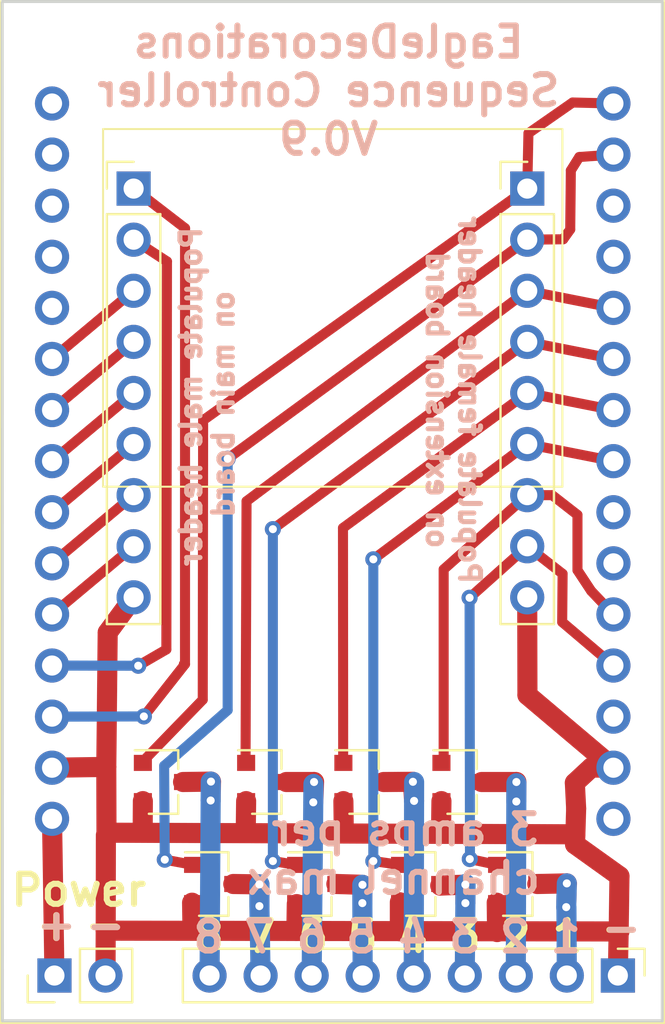
<source format=kicad_pcb>
(kicad_pcb (version 20171130) (host pcbnew "(5.0.0)")

  (general
    (thickness 1.6)
    (drawings 31)
    (tracks 144)
    (zones 0)
    (modules 13)
    (nets 38)
  )

  (page A4)
  (layers
    (0 F.Cu signal)
    (31 B.Cu signal)
    (32 B.Adhes user)
    (33 F.Adhes user)
    (34 B.Paste user)
    (35 F.Paste user)
    (36 B.SilkS user)
    (37 F.SilkS user)
    (38 B.Mask user)
    (39 F.Mask user)
    (40 Dwgs.User user)
    (41 Cmts.User user)
    (42 Eco1.User user hide)
    (43 Eco2.User user hide)
    (44 Edge.Cuts user)
    (45 Margin user)
    (46 B.CrtYd user)
    (47 F.CrtYd user)
    (48 B.Fab user)
    (49 F.Fab user)
  )

  (setup
    (last_trace_width 0.5)
    (user_trace_width 0.5)
    (user_trace_width 1)
    (user_trace_width 2)
    (trace_clearance 0.2)
    (zone_clearance 0.508)
    (zone_45_only no)
    (trace_min 0.2)
    (segment_width 0.2)
    (edge_width 0.15)
    (via_size 0.8)
    (via_drill 0.4)
    (via_min_size 0.4)
    (via_min_drill 0.3)
    (uvia_size 0.3)
    (uvia_drill 0.1)
    (uvias_allowed no)
    (uvia_min_size 0.2)
    (uvia_min_drill 0.1)
    (pcb_text_width 0.3)
    (pcb_text_size 1.5 1.5)
    (mod_edge_width 0.15)
    (mod_text_size 1 1)
    (mod_text_width 0.15)
    (pad_size 1.524 1.524)
    (pad_drill 0.762)
    (pad_to_mask_clearance 0.2)
    (aux_axis_origin 0 0)
    (visible_elements 7FFFFFFF)
    (pcbplotparams
      (layerselection 0x010fc_ffffffff)
      (usegerberextensions false)
      (usegerberattributes false)
      (usegerberadvancedattributes false)
      (creategerberjobfile false)
      (excludeedgelayer true)
      (linewidth 0.100000)
      (plotframeref false)
      (viasonmask false)
      (mode 1)
      (useauxorigin false)
      (hpglpennumber 1)
      (hpglpenspeed 20)
      (hpglpendiameter 15.000000)
      (psnegative false)
      (psa4output false)
      (plotreference true)
      (plotvalue true)
      (plotinvisibletext false)
      (padsonsilk false)
      (subtractmaskfromsilk false)
      (outputformat 1)
      (mirror false)
      (drillshape 0)
      (scaleselection 1)
      (outputdirectory "Gerbers"))
  )

  (net 0 "")
  (net 1 "Net-(ExtIn1-Pad8)")
  (net 2 "Net-(ExtIn1-Pad7)")
  (net 3 "Net-(ExtIn1-Pad6)")
  (net 4 "Net-(ExtIn1-Pad5)")
  (net 5 "Net-(ExtIn1-Pad4)")
  (net 6 "Net-(ExtIn1-Pad3)")
  (net 7 "Net-(ExtIn1-Pad2)")
  (net 8 "Net-(ExtIn1-Pad1)")
  (net 9 "Net-(ExtOut1-Pad1)")
  (net 10 "Net-(ExtOut1-Pad2)")
  (net 11 "Net-(ExtOut1-Pad3)")
  (net 12 "Net-(ExtOut1-Pad4)")
  (net 13 "Net-(ExtOut1-Pad5)")
  (net 14 "Net-(ExtOut1-Pad6)")
  (net 15 "Net-(ExtOut1-Pad7)")
  (net 16 "Net-(ExtOut1-Pad8)")
  (net 17 "Net-(Output1-Pad9)")
  (net 18 "Net-(Output1-Pad8)")
  (net 19 "Net-(Output1-Pad7)")
  (net 20 "Net-(Output1-Pad6)")
  (net 21 "Net-(Output1-Pad5)")
  (net 22 "Net-(Output1-Pad4)")
  (net 23 "Net-(Output1-Pad3)")
  (net 24 "Net-(Output1-Pad2)")
  (net 25 "Net-(U1-Pad1)")
  (net 26 "Net-(U1-Pad2)")
  (net 27 "Net-(U1-Pad3)")
  (net 28 "Net-(U1-Pad4)")
  (net 29 "Net-(U1-Pad5)")
  (net 30 "Net-(U1-Pad16)")
  (net 31 "Net-(U1-Pad18)")
  (net 32 "Net-(U1-Pad21)")
  (net 33 "Net-(U1-Pad22)")
  (net 34 "Net-(U1-Pad27)")
  (net 35 "Net-(U1-Pad28)")
  (net 36 /GND)
  (net 37 "Net-(J1-Pad1)")

  (net_class Default "This is the default net class."
    (clearance 0.2)
    (trace_width 0.25)
    (via_dia 0.8)
    (via_drill 0.4)
    (uvia_dia 0.3)
    (uvia_drill 0.1)
    (add_net /GND)
    (add_net "Net-(ExtIn1-Pad1)")
    (add_net "Net-(ExtIn1-Pad2)")
    (add_net "Net-(ExtIn1-Pad3)")
    (add_net "Net-(ExtIn1-Pad4)")
    (add_net "Net-(ExtIn1-Pad5)")
    (add_net "Net-(ExtIn1-Pad6)")
    (add_net "Net-(ExtIn1-Pad7)")
    (add_net "Net-(ExtIn1-Pad8)")
    (add_net "Net-(ExtOut1-Pad1)")
    (add_net "Net-(ExtOut1-Pad2)")
    (add_net "Net-(ExtOut1-Pad3)")
    (add_net "Net-(ExtOut1-Pad4)")
    (add_net "Net-(ExtOut1-Pad5)")
    (add_net "Net-(ExtOut1-Pad6)")
    (add_net "Net-(ExtOut1-Pad7)")
    (add_net "Net-(ExtOut1-Pad8)")
    (add_net "Net-(J1-Pad1)")
    (add_net "Net-(Output1-Pad2)")
    (add_net "Net-(Output1-Pad3)")
    (add_net "Net-(Output1-Pad4)")
    (add_net "Net-(Output1-Pad5)")
    (add_net "Net-(Output1-Pad6)")
    (add_net "Net-(Output1-Pad7)")
    (add_net "Net-(Output1-Pad8)")
    (add_net "Net-(Output1-Pad9)")
    (add_net "Net-(U1-Pad1)")
    (add_net "Net-(U1-Pad16)")
    (add_net "Net-(U1-Pad18)")
    (add_net "Net-(U1-Pad2)")
    (add_net "Net-(U1-Pad21)")
    (add_net "Net-(U1-Pad22)")
    (add_net "Net-(U1-Pad27)")
    (add_net "Net-(U1-Pad28)")
    (add_net "Net-(U1-Pad3)")
    (add_net "Net-(U1-Pad4)")
    (add_net "Net-(U1-Pad5)")
  )

  (module "Sequence Controller:Esp32_30_Pin" (layer F.Cu) (tedit 5D44B499) (tstamp 5D37E393)
    (at 128.000001 93.370001)
    (path /5D3799CF)
    (fp_text reference U1 (at 0 5.08) (layer Eco1.User)
      (effects (font (size 1 1) (thickness 0.15)))
    )
    (fp_text value ESP32Devkit30 (at 0 -0.5) (layer Eco2.User)
      (effects (font (size 1 1) (thickness 0.15)))
    )
    (fp_line (start -17.78 27.94) (end 15.24 27.94) (layer F.SilkS) (width 0.1))
    (fp_line (start 15.24 27.94) (end 15.24 -22.86) (layer F.SilkS) (width 0.1))
    (fp_line (start 15.24 -22.86) (end -17.78 -22.86) (layer F.SilkS) (width 0.1))
    (fp_line (start -17.78 -22.86) (end -17.78 27.94) (layer F.SilkS) (width 0.1))
    (fp_line (start 10.16 -16.256) (end 10.16 1.27) (layer F.SilkS) (width 0.1))
    (fp_line (start 10.16 1.27) (end -12.7 1.27) (layer F.SilkS) (width 0.1))
    (fp_line (start -12.7 1.27) (end -12.7 -16.51) (layer F.SilkS) (width 0.1))
    (fp_line (start -12.7 -16.51) (end 10.16 -16.51) (layer F.SilkS) (width 0.1))
    (fp_line (start 10.16 -16.51) (end 10.16 -15.494) (layer F.SilkS) (width 0.1))
    (pad 1 thru_hole circle (at -15.24 -17.78) (size 1.7 1.7) (drill 1) (layers *.Cu *.Mask)
      (net 25 "Net-(U1-Pad1)"))
    (pad 2 thru_hole circle (at -15.24 -15.24) (size 1.7 1.7) (drill 1) (layers *.Cu *.Mask)
      (net 26 "Net-(U1-Pad2)"))
    (pad 3 thru_hole circle (at -15.24 -12.7) (size 1.7 1.7) (drill 1) (layers *.Cu *.Mask)
      (net 27 "Net-(U1-Pad3)"))
    (pad 4 thru_hole circle (at -15.24 -10.16) (size 1.7 1.7) (drill 1) (layers *.Cu *.Mask)
      (net 28 "Net-(U1-Pad4)"))
    (pad 5 thru_hole circle (at -15.24 -7.62) (size 1.7 1.7) (drill 1) (layers *.Cu *.Mask)
      (net 29 "Net-(U1-Pad5)"))
    (pad 6 thru_hole circle (at -15.24 -5.08) (size 1.7 1.7) (drill 1) (layers *.Cu *.Mask)
      (net 11 "Net-(ExtOut1-Pad3)"))
    (pad 7 thru_hole circle (at -15.24 -2.54) (size 1.7 1.7) (drill 1) (layers *.Cu *.Mask)
      (net 12 "Net-(ExtOut1-Pad4)"))
    (pad 8 thru_hole circle (at -15.24 0) (size 1.7 1.7) (drill 1) (layers *.Cu *.Mask)
      (net 13 "Net-(ExtOut1-Pad5)"))
    (pad 9 thru_hole circle (at -15.24 2.54) (size 1.7 1.7) (drill 1) (layers *.Cu *.Mask)
      (net 14 "Net-(ExtOut1-Pad6)"))
    (pad 10 thru_hole circle (at -15.24 5.08) (size 1.7 1.7) (drill 1) (layers *.Cu *.Mask)
      (net 15 "Net-(ExtOut1-Pad7)"))
    (pad 11 thru_hole circle (at -15.24 7.62) (size 1.7 1.7) (drill 1) (layers *.Cu *.Mask)
      (net 16 "Net-(ExtOut1-Pad8)"))
    (pad 12 thru_hole circle (at -15.24 10.16) (size 1.7 1.7) (drill 1) (layers *.Cu *.Mask)
      (net 10 "Net-(ExtOut1-Pad2)"))
    (pad 13 thru_hole circle (at -15.24 12.7) (size 1.7 1.7) (drill 1) (layers *.Cu *.Mask)
      (net 9 "Net-(ExtOut1-Pad1)"))
    (pad 14 thru_hole circle (at -15.24 15.24) (size 1.7 1.7) (drill 1) (layers *.Cu *.Mask)
      (net 36 /GND))
    (pad 15 thru_hole circle (at -15.24 17.78) (size 1.7 1.7) (drill 1) (layers *.Cu *.Mask)
      (net 37 "Net-(J1-Pad1)"))
    (pad 16 thru_hole circle (at 12.7 17.78) (size 1.7 1.7) (drill 1) (layers *.Cu *.Mask)
      (net 30 "Net-(U1-Pad16)"))
    (pad 17 thru_hole circle (at 12.7 15.24) (size 1.7 1.7) (drill 1) (layers *.Cu *.Mask)
      (net 36 /GND))
    (pad 18 thru_hole circle (at 12.7 12.7) (size 1.7 1.7) (drill 1) (layers *.Cu *.Mask)
      (net 31 "Net-(U1-Pad18)"))
    (pad 19 thru_hole circle (at 12.7 10.16) (size 1.7 1.7) (drill 1) (layers *.Cu *.Mask)
      (net 1 "Net-(ExtIn1-Pad8)"))
    (pad 20 thru_hole circle (at 12.7 7.62) (size 1.7 1.7) (drill 1) (layers *.Cu *.Mask)
      (net 2 "Net-(ExtIn1-Pad7)"))
    (pad 21 thru_hole circle (at 12.7 5.08) (size 1.7 1.7) (drill 1) (layers *.Cu *.Mask)
      (net 32 "Net-(U1-Pad21)"))
    (pad 22 thru_hole circle (at 12.7 2.54) (size 1.7 1.7) (drill 1) (layers *.Cu *.Mask)
      (net 33 "Net-(U1-Pad22)"))
    (pad 23 thru_hole circle (at 12.7 0) (size 1.7 1.7) (drill 1) (layers *.Cu *.Mask)
      (net 3 "Net-(ExtIn1-Pad6)"))
    (pad 24 thru_hole circle (at 12.7 -2.54) (size 1.7 1.7) (drill 1) (layers *.Cu *.Mask)
      (net 4 "Net-(ExtIn1-Pad5)"))
    (pad 25 thru_hole circle (at 12.7 -5.08) (size 1.7 1.7) (drill 1) (layers *.Cu *.Mask)
      (net 5 "Net-(ExtIn1-Pad4)"))
    (pad 26 thru_hole circle (at 12.7 -7.62) (size 1.7 1.7) (drill 1) (layers *.Cu *.Mask)
      (net 6 "Net-(ExtIn1-Pad3)"))
    (pad 27 thru_hole circle (at 12.7 -10.16) (size 1.7 1.7) (drill 1) (layers *.Cu *.Mask)
      (net 34 "Net-(U1-Pad27)"))
    (pad 28 thru_hole circle (at 12.7 -12.7) (size 1.7 1.7) (drill 1) (layers *.Cu *.Mask)
      (net 35 "Net-(U1-Pad28)"))
    (pad 29 thru_hole circle (at 12.7 -15.24) (size 1.7 1.7) (drill 1) (layers *.Cu *.Mask)
      (net 7 "Net-(ExtIn1-Pad2)"))
    (pad 30 thru_hole circle (at 12.7 -17.78) (size 1.7 1.7) (drill 1) (layers *.Cu *.Mask)
      (net 8 "Net-(ExtIn1-Pad1)"))
  )

  (module Pin_Headers:Pin_Header_Straight_1x09_Pitch2.54mm (layer F.Cu) (tedit 5D437CA2) (tstamp 5D37E280)
    (at 136.41 79.82)
    (descr "Through hole straight pin header, 1x09, 2.54mm pitch, single row")
    (tags "Through hole pin header THT 1x09 2.54mm single row")
    (path /5D384CB8)
    (fp_text reference ExtIn1 (at -0.13 -2.54) (layer Eco1.User)
      (effects (font (size 1 1) (thickness 0.15)))
    )
    (fp_text value Conn_01x09_Male (at 0 22.65) (layer Eco2.User)
      (effects (font (size 1 1) (thickness 0.15)))
    )
    (fp_text user %R (at 0 10.16 90) (layer F.Fab)
      (effects (font (size 1 1) (thickness 0.15)))
    )
    (fp_line (start 1.8 -1.8) (end -1.8 -1.8) (layer F.CrtYd) (width 0.05))
    (fp_line (start 1.8 22.1) (end 1.8 -1.8) (layer F.CrtYd) (width 0.05))
    (fp_line (start -1.8 22.1) (end 1.8 22.1) (layer F.CrtYd) (width 0.05))
    (fp_line (start -1.8 -1.8) (end -1.8 22.1) (layer F.CrtYd) (width 0.05))
    (fp_line (start -1.33 -1.33) (end 0 -1.33) (layer F.SilkS) (width 0.12))
    (fp_line (start -1.33 0) (end -1.33 -1.33) (layer F.SilkS) (width 0.12))
    (fp_line (start -1.33 1.27) (end 1.33 1.27) (layer F.SilkS) (width 0.12))
    (fp_line (start 1.33 1.27) (end 1.33 21.65) (layer F.SilkS) (width 0.12))
    (fp_line (start -1.33 1.27) (end -1.33 21.65) (layer F.SilkS) (width 0.12))
    (fp_line (start -1.33 21.65) (end 1.33 21.65) (layer F.SilkS) (width 0.12))
    (fp_line (start -1.27 -0.635) (end -0.635 -1.27) (layer F.Fab) (width 0.1))
    (fp_line (start -1.27 21.59) (end -1.27 -0.635) (layer F.Fab) (width 0.1))
    (fp_line (start 1.27 21.59) (end -1.27 21.59) (layer F.Fab) (width 0.1))
    (fp_line (start 1.27 -1.27) (end 1.27 21.59) (layer F.Fab) (width 0.1))
    (fp_line (start -0.635 -1.27) (end 1.27 -1.27) (layer F.Fab) (width 0.1))
    (pad 9 thru_hole oval (at 0 20.32) (size 1.7 1.7) (drill 1) (layers *.Cu *.Mask)
      (net 36 /GND))
    (pad 8 thru_hole oval (at 0 17.78) (size 1.7 1.7) (drill 1) (layers *.Cu *.Mask)
      (net 1 "Net-(ExtIn1-Pad8)"))
    (pad 7 thru_hole oval (at 0 15.24) (size 1.7 1.7) (drill 1) (layers *.Cu *.Mask)
      (net 2 "Net-(ExtIn1-Pad7)"))
    (pad 6 thru_hole oval (at 0 12.7) (size 1.7 1.7) (drill 1) (layers *.Cu *.Mask)
      (net 3 "Net-(ExtIn1-Pad6)"))
    (pad 5 thru_hole oval (at 0 10.16) (size 1.7 1.7) (drill 1) (layers *.Cu *.Mask)
      (net 4 "Net-(ExtIn1-Pad5)"))
    (pad 4 thru_hole oval (at 0 7.62) (size 1.7 1.7) (drill 1) (layers *.Cu *.Mask)
      (net 5 "Net-(ExtIn1-Pad4)"))
    (pad 3 thru_hole oval (at 0 5.08) (size 1.7 1.7) (drill 1) (layers *.Cu *.Mask)
      (net 6 "Net-(ExtIn1-Pad3)"))
    (pad 2 thru_hole oval (at 0 2.54) (size 1.7 1.7) (drill 1) (layers *.Cu *.Mask)
      (net 7 "Net-(ExtIn1-Pad2)"))
    (pad 1 thru_hole rect (at 0 0) (size 1.7 1.7) (drill 1) (layers *.Cu *.Mask)
      (net 8 "Net-(ExtIn1-Pad1)"))
    (model ${KISYS3DMOD}/Pin_Headers.3dshapes/Pin_Header_Straight_1x09_Pitch2.54mm.wrl
      (at (xyz 0 0 0))
      (scale (xyz 1 1 1))
      (rotate (xyz 0 0 0))
    )
  )

  (module Pin_Headers:Pin_Header_Straight_1x09_Pitch2.54mm (layer F.Cu) (tedit 5D437C9A) (tstamp 5D37E29D)
    (at 116.82 79.82)
    (descr "Through hole straight pin header, 1x09, 2.54mm pitch, single row")
    (tags "Through hole pin header THT 1x09 2.54mm single row")
    (path /5D384C63)
    (fp_text reference ExtOut1 (at 0 -2.33) (layer Eco1.User)
      (effects (font (size 1 1) (thickness 0.15)))
    )
    (fp_text value Conn_01x09_Male (at 0 22.65) (layer Eco2.User)
      (effects (font (size 1 1) (thickness 0.15)))
    )
    (fp_line (start -0.635 -1.27) (end 1.27 -1.27) (layer F.Fab) (width 0.1))
    (fp_line (start 1.27 -1.27) (end 1.27 21.59) (layer F.Fab) (width 0.1))
    (fp_line (start 1.27 21.59) (end -1.27 21.59) (layer F.Fab) (width 0.1))
    (fp_line (start -1.27 21.59) (end -1.27 -0.635) (layer F.Fab) (width 0.1))
    (fp_line (start -1.27 -0.635) (end -0.635 -1.27) (layer F.Fab) (width 0.1))
    (fp_line (start -1.33 21.65) (end 1.33 21.65) (layer F.SilkS) (width 0.12))
    (fp_line (start -1.33 1.27) (end -1.33 21.65) (layer F.SilkS) (width 0.12))
    (fp_line (start 1.33 1.27) (end 1.33 21.65) (layer F.SilkS) (width 0.12))
    (fp_line (start -1.33 1.27) (end 1.33 1.27) (layer F.SilkS) (width 0.12))
    (fp_line (start -1.33 0) (end -1.33 -1.33) (layer F.SilkS) (width 0.12))
    (fp_line (start -1.33 -1.33) (end 0 -1.33) (layer F.SilkS) (width 0.12))
    (fp_line (start -1.8 -1.8) (end -1.8 22.1) (layer F.CrtYd) (width 0.05))
    (fp_line (start -1.8 22.1) (end 1.8 22.1) (layer F.CrtYd) (width 0.05))
    (fp_line (start 1.8 22.1) (end 1.8 -1.8) (layer F.CrtYd) (width 0.05))
    (fp_line (start 1.8 -1.8) (end -1.8 -1.8) (layer F.CrtYd) (width 0.05))
    (fp_text user %R (at 0 10.16 90) (layer F.Fab)
      (effects (font (size 1 1) (thickness 0.15)))
    )
    (pad 1 thru_hole rect (at 0 0) (size 1.7 1.7) (drill 1) (layers *.Cu *.Mask)
      (net 9 "Net-(ExtOut1-Pad1)"))
    (pad 2 thru_hole oval (at 0 2.54) (size 1.7 1.7) (drill 1) (layers *.Cu *.Mask)
      (net 10 "Net-(ExtOut1-Pad2)"))
    (pad 3 thru_hole oval (at 0 5.08) (size 1.7 1.7) (drill 1) (layers *.Cu *.Mask)
      (net 11 "Net-(ExtOut1-Pad3)"))
    (pad 4 thru_hole oval (at 0 7.62) (size 1.7 1.7) (drill 1) (layers *.Cu *.Mask)
      (net 12 "Net-(ExtOut1-Pad4)"))
    (pad 5 thru_hole oval (at 0 10.16) (size 1.7 1.7) (drill 1) (layers *.Cu *.Mask)
      (net 13 "Net-(ExtOut1-Pad5)"))
    (pad 6 thru_hole oval (at 0 12.7) (size 1.7 1.7) (drill 1) (layers *.Cu *.Mask)
      (net 14 "Net-(ExtOut1-Pad6)"))
    (pad 7 thru_hole oval (at 0 15.24) (size 1.7 1.7) (drill 1) (layers *.Cu *.Mask)
      (net 15 "Net-(ExtOut1-Pad7)"))
    (pad 8 thru_hole oval (at 0 17.78) (size 1.7 1.7) (drill 1) (layers *.Cu *.Mask)
      (net 16 "Net-(ExtOut1-Pad8)"))
    (pad 9 thru_hole oval (at 0 20.32) (size 1.7 1.7) (drill 1) (layers *.Cu *.Mask)
      (net 36 /GND))
    (model ${KISYS3DMOD}/Pin_Headers.3dshapes/Pin_Header_Straight_1x09_Pitch2.54mm.wrl
      (at (xyz 0 0 0))
      (scale (xyz 1 1 1))
      (rotate (xyz 0 0 0))
    )
  )

  (module Pin_Headers:Pin_Header_Straight_1x09_Pitch2.54mm (layer F.Cu) (tedit 5D437A0E) (tstamp 5D37E2BA)
    (at 140.92 118.94 270)
    (descr "Through hole straight pin header, 1x09, 2.54mm pitch, single row")
    (tags "Through hole pin header THT 1x09 2.54mm single row")
    (path /5D37D6CF)
    (fp_text reference Output1 (at 0 -2.33 270) (layer Eco1.User)
      (effects (font (size 1 1) (thickness 0.15)))
    )
    (fp_text value " " (at 0 22.65 270) (layer F.Fab)
      (effects (font (size 1 1) (thickness 0.15)))
    )
    (fp_text user %R (at 0 10.16) (layer F.Fab)
      (effects (font (size 1 1) (thickness 0.15)))
    )
    (fp_line (start 1.8 -1.8) (end -1.8 -1.8) (layer F.CrtYd) (width 0.05))
    (fp_line (start 1.8 22.1) (end 1.8 -1.8) (layer F.CrtYd) (width 0.05))
    (fp_line (start -1.8 22.1) (end 1.8 22.1) (layer F.CrtYd) (width 0.05))
    (fp_line (start -1.8 -1.8) (end -1.8 22.1) (layer F.CrtYd) (width 0.05))
    (fp_line (start -1.33 -1.33) (end 0 -1.33) (layer F.SilkS) (width 0.12))
    (fp_line (start -1.33 0) (end -1.33 -1.33) (layer F.SilkS) (width 0.12))
    (fp_line (start -1.33 1.27) (end 1.33 1.27) (layer F.SilkS) (width 0.12))
    (fp_line (start 1.33 1.27) (end 1.33 21.65) (layer F.SilkS) (width 0.12))
    (fp_line (start -1.33 1.27) (end -1.33 21.65) (layer F.SilkS) (width 0.12))
    (fp_line (start -1.33 21.65) (end 1.33 21.65) (layer F.SilkS) (width 0.12))
    (fp_line (start -1.27 -0.635) (end -0.635 -1.27) (layer F.Fab) (width 0.1))
    (fp_line (start -1.27 21.59) (end -1.27 -0.635) (layer F.Fab) (width 0.1))
    (fp_line (start 1.27 21.59) (end -1.27 21.59) (layer F.Fab) (width 0.1))
    (fp_line (start 1.27 -1.27) (end 1.27 21.59) (layer F.Fab) (width 0.1))
    (fp_line (start -0.635 -1.27) (end 1.27 -1.27) (layer F.Fab) (width 0.1))
    (pad 9 thru_hole oval (at 0 20.32 270) (size 1.7 1.7) (drill 1) (layers *.Cu *.Mask)
      (net 17 "Net-(Output1-Pad9)"))
    (pad 8 thru_hole oval (at 0 17.78 270) (size 1.7 1.7) (drill 1) (layers *.Cu *.Mask)
      (net 18 "Net-(Output1-Pad8)"))
    (pad 7 thru_hole oval (at 0 15.24 270) (size 1.7 1.7) (drill 1) (layers *.Cu *.Mask)
      (net 19 "Net-(Output1-Pad7)"))
    (pad 6 thru_hole oval (at 0 12.7 270) (size 1.7 1.7) (drill 1) (layers *.Cu *.Mask)
      (net 20 "Net-(Output1-Pad6)"))
    (pad 5 thru_hole oval (at 0 10.16 270) (size 1.7 1.7) (drill 1) (layers *.Cu *.Mask)
      (net 21 "Net-(Output1-Pad5)"))
    (pad 4 thru_hole oval (at 0 7.62 270) (size 1.7 1.7) (drill 1) (layers *.Cu *.Mask)
      (net 22 "Net-(Output1-Pad4)"))
    (pad 3 thru_hole oval (at 0 5.08 270) (size 1.7 1.7) (drill 1) (layers *.Cu *.Mask)
      (net 23 "Net-(Output1-Pad3)"))
    (pad 2 thru_hole oval (at 0 2.54 270) (size 1.7 1.7) (drill 1) (layers *.Cu *.Mask)
      (net 24 "Net-(Output1-Pad2)"))
    (pad 1 thru_hole rect (at 0 0 270) (size 1.7 1.7) (drill 1) (layers *.Cu *.Mask)
      (net 36 /GND))
    (model ${KISYS3DMOD}/Pin_Headers.3dshapes/Pin_Header_Straight_1x09_Pitch2.54mm.wrl
      (at (xyz 0 0 0))
      (scale (xyz 1 1 1))
      (rotate (xyz 0 0 0))
    )
  )

  (module TO_SOT_Packages_SMD:SOT-23 (layer F.Cu) (tedit 5D44B469) (tstamp 5D37E2CF)
    (at 118.28 109.32)
    (descr "SOT-23, Standard")
    (tags SOT-23)
    (path /5D379B74)
    (attr smd)
    (fp_text reference Q1 (at 0 -2.5) (layer Eco1.User)
      (effects (font (size 1 1) (thickness 0.15)))
    )
    (fp_text value BSR202N (at 0 2.5) (layer Eco2.User)
      (effects (font (size 1 1) (thickness 0.15)))
    )
    (fp_line (start 0.76 1.58) (end -0.7 1.58) (layer F.SilkS) (width 0.12))
    (fp_line (start 0.76 -1.58) (end -1.4 -1.58) (layer F.SilkS) (width 0.12))
    (fp_line (start -1.7 1.75) (end -1.7 -1.75) (layer F.CrtYd) (width 0.05))
    (fp_line (start 1.7 1.75) (end -1.7 1.75) (layer F.CrtYd) (width 0.05))
    (fp_line (start 1.7 -1.75) (end 1.7 1.75) (layer F.CrtYd) (width 0.05))
    (fp_line (start -1.7 -1.75) (end 1.7 -1.75) (layer F.CrtYd) (width 0.05))
    (fp_line (start 0.76 -1.58) (end 0.76 -0.65) (layer F.SilkS) (width 0.12))
    (fp_line (start 0.76 1.58) (end 0.76 0.65) (layer F.SilkS) (width 0.12))
    (fp_line (start -0.7 1.52) (end 0.7 1.52) (layer F.Fab) (width 0.1))
    (fp_line (start 0.7 -1.52) (end 0.7 1.52) (layer F.Fab) (width 0.1))
    (fp_line (start -0.7 -0.95) (end -0.15 -1.52) (layer F.Fab) (width 0.1))
    (fp_line (start -0.15 -1.52) (end 0.7 -1.52) (layer F.Fab) (width 0.1))
    (fp_line (start -0.7 -0.95) (end -0.7 1.5) (layer F.Fab) (width 0.1))
    (fp_text user %R (at 0 0 90) (layer F.Fab)
      (effects (font (size 0.5 0.5) (thickness 0.075)))
    )
    (pad 3 smd rect (at 1 0) (size 0.9 0.8) (layers F.Cu F.Paste F.Mask)
      (net 17 "Net-(Output1-Pad9)"))
    (pad 2 smd rect (at -1 0.95) (size 0.9 0.8) (layers F.Cu F.Paste F.Mask)
      (net 36 /GND))
    (pad 1 smd rect (at -1 -0.95) (size 0.9 0.8) (layers F.Cu F.Paste F.Mask)
      (net 8 "Net-(ExtIn1-Pad1)"))
    (model ${KISYS3DMOD}/TO_SOT_Packages_SMD.3dshapes/SOT-23.wrl
      (at (xyz 0 0 0))
      (scale (xyz 1 1 1))
      (rotate (xyz 0 0 0))
    )
  )

  (module TO_SOT_Packages_SMD:SOT-23 (layer F.Cu) (tedit 5D44B47D) (tstamp 5D37E2E4)
    (at 120.78 114.39)
    (descr "SOT-23, Standard")
    (tags SOT-23)
    (path /5D37AA2E)
    (attr smd)
    (fp_text reference Q2 (at 0 -2.5) (layer Eco1.User)
      (effects (font (size 1 1) (thickness 0.15)))
    )
    (fp_text value BSR202N (at 0 2.5) (layer Eco2.User)
      (effects (font (size 1 1) (thickness 0.15)))
    )
    (fp_text user %R (at 0 0 90) (layer F.Fab)
      (effects (font (size 0.5 0.5) (thickness 0.075)))
    )
    (fp_line (start -0.7 -0.95) (end -0.7 1.5) (layer F.Fab) (width 0.1))
    (fp_line (start -0.15 -1.52) (end 0.7 -1.52) (layer F.Fab) (width 0.1))
    (fp_line (start -0.7 -0.95) (end -0.15 -1.52) (layer F.Fab) (width 0.1))
    (fp_line (start 0.7 -1.52) (end 0.7 1.52) (layer F.Fab) (width 0.1))
    (fp_line (start -0.7 1.52) (end 0.7 1.52) (layer F.Fab) (width 0.1))
    (fp_line (start 0.76 1.58) (end 0.76 0.65) (layer F.SilkS) (width 0.12))
    (fp_line (start 0.76 -1.58) (end 0.76 -0.65) (layer F.SilkS) (width 0.12))
    (fp_line (start -1.7 -1.75) (end 1.7 -1.75) (layer F.CrtYd) (width 0.05))
    (fp_line (start 1.7 -1.75) (end 1.7 1.75) (layer F.CrtYd) (width 0.05))
    (fp_line (start 1.7 1.75) (end -1.7 1.75) (layer F.CrtYd) (width 0.05))
    (fp_line (start -1.7 1.75) (end -1.7 -1.75) (layer F.CrtYd) (width 0.05))
    (fp_line (start 0.76 -1.58) (end -1.4 -1.58) (layer F.SilkS) (width 0.12))
    (fp_line (start 0.76 1.58) (end -0.7 1.58) (layer F.SilkS) (width 0.12))
    (pad 1 smd rect (at -1 -0.95) (size 0.9 0.8) (layers F.Cu F.Paste F.Mask)
      (net 7 "Net-(ExtIn1-Pad2)"))
    (pad 2 smd rect (at -1 0.95) (size 0.9 0.8) (layers F.Cu F.Paste F.Mask)
      (net 36 /GND))
    (pad 3 smd rect (at 1 0) (size 0.9 0.8) (layers F.Cu F.Paste F.Mask)
      (net 18 "Net-(Output1-Pad8)"))
    (model ${KISYS3DMOD}/TO_SOT_Packages_SMD.3dshapes/SOT-23.wrl
      (at (xyz 0 0 0))
      (scale (xyz 1 1 1))
      (rotate (xyz 0 0 0))
    )
  )

  (module TO_SOT_Packages_SMD:SOT-23 (layer F.Cu) (tedit 5D44B46F) (tstamp 5D37E2F9)
    (at 123.42 109.32)
    (descr "SOT-23, Standard")
    (tags SOT-23)
    (path /5D37A98E)
    (attr smd)
    (fp_text reference Q3 (at 0 -2.5) (layer Eco1.User)
      (effects (font (size 1 1) (thickness 0.15)))
    )
    (fp_text value BSR202N (at 0 2.5) (layer Eco2.User)
      (effects (font (size 1 1) (thickness 0.15)))
    )
    (fp_line (start 0.76 1.58) (end -0.7 1.58) (layer F.SilkS) (width 0.12))
    (fp_line (start 0.76 -1.58) (end -1.4 -1.58) (layer F.SilkS) (width 0.12))
    (fp_line (start -1.7 1.75) (end -1.7 -1.75) (layer F.CrtYd) (width 0.05))
    (fp_line (start 1.7 1.75) (end -1.7 1.75) (layer F.CrtYd) (width 0.05))
    (fp_line (start 1.7 -1.75) (end 1.7 1.75) (layer F.CrtYd) (width 0.05))
    (fp_line (start -1.7 -1.75) (end 1.7 -1.75) (layer F.CrtYd) (width 0.05))
    (fp_line (start 0.76 -1.58) (end 0.76 -0.65) (layer F.SilkS) (width 0.12))
    (fp_line (start 0.76 1.58) (end 0.76 0.65) (layer F.SilkS) (width 0.12))
    (fp_line (start -0.7 1.52) (end 0.7 1.52) (layer F.Fab) (width 0.1))
    (fp_line (start 0.7 -1.52) (end 0.7 1.52) (layer F.Fab) (width 0.1))
    (fp_line (start -0.7 -0.95) (end -0.15 -1.52) (layer F.Fab) (width 0.1))
    (fp_line (start -0.15 -1.52) (end 0.7 -1.52) (layer F.Fab) (width 0.1))
    (fp_line (start -0.7 -0.95) (end -0.7 1.5) (layer F.Fab) (width 0.1))
    (fp_text user %R (at 0 0 90) (layer F.Fab)
      (effects (font (size 0.5 0.5) (thickness 0.075)))
    )
    (pad 3 smd rect (at 1 0) (size 0.9 0.8) (layers F.Cu F.Paste F.Mask)
      (net 19 "Net-(Output1-Pad7)"))
    (pad 2 smd rect (at -1 0.95) (size 0.9 0.8) (layers F.Cu F.Paste F.Mask)
      (net 36 /GND))
    (pad 1 smd rect (at -1 -0.95) (size 0.9 0.8) (layers F.Cu F.Paste F.Mask)
      (net 6 "Net-(ExtIn1-Pad3)"))
    (model ${KISYS3DMOD}/TO_SOT_Packages_SMD.3dshapes/SOT-23.wrl
      (at (xyz 0 0 0))
      (scale (xyz 1 1 1))
      (rotate (xyz 0 0 0))
    )
  )

  (module TO_SOT_Packages_SMD:SOT-23 (layer F.Cu) (tedit 5D44B483) (tstamp 5D37E30E)
    (at 125.91 114.39)
    (descr "SOT-23, Standard")
    (tags SOT-23)
    (path /5D37AA08)
    (attr smd)
    (fp_text reference Q4 (at 0 -2.5) (layer Eco1.User)
      (effects (font (size 1 1) (thickness 0.15)))
    )
    (fp_text value BSR202N (at 0 2.5) (layer Eco2.User)
      (effects (font (size 1 1) (thickness 0.15)))
    )
    (fp_line (start 0.76 1.58) (end -0.7 1.58) (layer F.SilkS) (width 0.12))
    (fp_line (start 0.76 -1.58) (end -1.4 -1.58) (layer F.SilkS) (width 0.12))
    (fp_line (start -1.7 1.75) (end -1.7 -1.75) (layer F.CrtYd) (width 0.05))
    (fp_line (start 1.7 1.75) (end -1.7 1.75) (layer F.CrtYd) (width 0.05))
    (fp_line (start 1.7 -1.75) (end 1.7 1.75) (layer F.CrtYd) (width 0.05))
    (fp_line (start -1.7 -1.75) (end 1.7 -1.75) (layer F.CrtYd) (width 0.05))
    (fp_line (start 0.76 -1.58) (end 0.76 -0.65) (layer F.SilkS) (width 0.12))
    (fp_line (start 0.76 1.58) (end 0.76 0.65) (layer F.SilkS) (width 0.12))
    (fp_line (start -0.7 1.52) (end 0.7 1.52) (layer F.Fab) (width 0.1))
    (fp_line (start 0.7 -1.52) (end 0.7 1.52) (layer F.Fab) (width 0.1))
    (fp_line (start -0.7 -0.95) (end -0.15 -1.52) (layer F.Fab) (width 0.1))
    (fp_line (start -0.15 -1.52) (end 0.7 -1.52) (layer F.Fab) (width 0.1))
    (fp_line (start -0.7 -0.95) (end -0.7 1.5) (layer F.Fab) (width 0.1))
    (fp_text user %R (at 0 0 90) (layer F.Fab)
      (effects (font (size 0.5 0.5) (thickness 0.075)))
    )
    (pad 3 smd rect (at 1 0) (size 0.9 0.8) (layers F.Cu F.Paste F.Mask)
      (net 20 "Net-(Output1-Pad6)"))
    (pad 2 smd rect (at -1 0.95) (size 0.9 0.8) (layers F.Cu F.Paste F.Mask)
      (net 36 /GND))
    (pad 1 smd rect (at -1 -0.95) (size 0.9 0.8) (layers F.Cu F.Paste F.Mask)
      (net 5 "Net-(ExtIn1-Pad4)"))
    (model ${KISYS3DMOD}/TO_SOT_Packages_SMD.3dshapes/SOT-23.wrl
      (at (xyz 0 0 0))
      (scale (xyz 1 1 1))
      (rotate (xyz 0 0 0))
    )
  )

  (module TO_SOT_Packages_SMD:SOT-23 (layer F.Cu) (tedit 5D44B473) (tstamp 5D37E323)
    (at 128.26 109.32)
    (descr "SOT-23, Standard")
    (tags SOT-23)
    (path /5D37A966)
    (attr smd)
    (fp_text reference Q5 (at 0 -2.5) (layer Eco1.User)
      (effects (font (size 1 1) (thickness 0.15)))
    )
    (fp_text value BSR202N (at 0 2.5) (layer Eco2.User)
      (effects (font (size 1 1) (thickness 0.15)))
    )
    (fp_text user %R (at 0 0 90) (layer F.Fab)
      (effects (font (size 0.5 0.5) (thickness 0.075)))
    )
    (fp_line (start -0.7 -0.95) (end -0.7 1.5) (layer F.Fab) (width 0.1))
    (fp_line (start -0.15 -1.52) (end 0.7 -1.52) (layer F.Fab) (width 0.1))
    (fp_line (start -0.7 -0.95) (end -0.15 -1.52) (layer F.Fab) (width 0.1))
    (fp_line (start 0.7 -1.52) (end 0.7 1.52) (layer F.Fab) (width 0.1))
    (fp_line (start -0.7 1.52) (end 0.7 1.52) (layer F.Fab) (width 0.1))
    (fp_line (start 0.76 1.58) (end 0.76 0.65) (layer F.SilkS) (width 0.12))
    (fp_line (start 0.76 -1.58) (end 0.76 -0.65) (layer F.SilkS) (width 0.12))
    (fp_line (start -1.7 -1.75) (end 1.7 -1.75) (layer F.CrtYd) (width 0.05))
    (fp_line (start 1.7 -1.75) (end 1.7 1.75) (layer F.CrtYd) (width 0.05))
    (fp_line (start 1.7 1.75) (end -1.7 1.75) (layer F.CrtYd) (width 0.05))
    (fp_line (start -1.7 1.75) (end -1.7 -1.75) (layer F.CrtYd) (width 0.05))
    (fp_line (start 0.76 -1.58) (end -1.4 -1.58) (layer F.SilkS) (width 0.12))
    (fp_line (start 0.76 1.58) (end -0.7 1.58) (layer F.SilkS) (width 0.12))
    (pad 1 smd rect (at -1 -0.95) (size 0.9 0.8) (layers F.Cu F.Paste F.Mask)
      (net 4 "Net-(ExtIn1-Pad5)"))
    (pad 2 smd rect (at -1 0.95) (size 0.9 0.8) (layers F.Cu F.Paste F.Mask)
      (net 36 /GND))
    (pad 3 smd rect (at 1 0) (size 0.9 0.8) (layers F.Cu F.Paste F.Mask)
      (net 21 "Net-(Output1-Pad5)"))
    (model ${KISYS3DMOD}/TO_SOT_Packages_SMD.3dshapes/SOT-23.wrl
      (at (xyz 0 0 0))
      (scale (xyz 1 1 1))
      (rotate (xyz 0 0 0))
    )
  )

  (module TO_SOT_Packages_SMD:SOT-23 (layer F.Cu) (tedit 5D44B48A) (tstamp 5D37E338)
    (at 131.08 114.39)
    (descr "SOT-23, Standard")
    (tags SOT-23)
    (path /5D37A9E4)
    (attr smd)
    (fp_text reference Q6 (at 0 -2.5) (layer Eco1.User)
      (effects (font (size 1 1) (thickness 0.15)))
    )
    (fp_text value BSR202N (at 0 2.5) (layer Eco2.User)
      (effects (font (size 1 1) (thickness 0.15)))
    )
    (fp_text user %R (at 0 0 90) (layer F.Fab)
      (effects (font (size 0.5 0.5) (thickness 0.075)))
    )
    (fp_line (start -0.7 -0.95) (end -0.7 1.5) (layer F.Fab) (width 0.1))
    (fp_line (start -0.15 -1.52) (end 0.7 -1.52) (layer F.Fab) (width 0.1))
    (fp_line (start -0.7 -0.95) (end -0.15 -1.52) (layer F.Fab) (width 0.1))
    (fp_line (start 0.7 -1.52) (end 0.7 1.52) (layer F.Fab) (width 0.1))
    (fp_line (start -0.7 1.52) (end 0.7 1.52) (layer F.Fab) (width 0.1))
    (fp_line (start 0.76 1.58) (end 0.76 0.65) (layer F.SilkS) (width 0.12))
    (fp_line (start 0.76 -1.58) (end 0.76 -0.65) (layer F.SilkS) (width 0.12))
    (fp_line (start -1.7 -1.75) (end 1.7 -1.75) (layer F.CrtYd) (width 0.05))
    (fp_line (start 1.7 -1.75) (end 1.7 1.75) (layer F.CrtYd) (width 0.05))
    (fp_line (start 1.7 1.75) (end -1.7 1.75) (layer F.CrtYd) (width 0.05))
    (fp_line (start -1.7 1.75) (end -1.7 -1.75) (layer F.CrtYd) (width 0.05))
    (fp_line (start 0.76 -1.58) (end -1.4 -1.58) (layer F.SilkS) (width 0.12))
    (fp_line (start 0.76 1.58) (end -0.7 1.58) (layer F.SilkS) (width 0.12))
    (pad 1 smd rect (at -1 -0.95) (size 0.9 0.8) (layers F.Cu F.Paste F.Mask)
      (net 3 "Net-(ExtIn1-Pad6)"))
    (pad 2 smd rect (at -1 0.95) (size 0.9 0.8) (layers F.Cu F.Paste F.Mask)
      (net 36 /GND))
    (pad 3 smd rect (at 1 0) (size 0.9 0.8) (layers F.Cu F.Paste F.Mask)
      (net 22 "Net-(Output1-Pad4)"))
    (model ${KISYS3DMOD}/TO_SOT_Packages_SMD.3dshapes/SOT-23.wrl
      (at (xyz 0 0 0))
      (scale (xyz 1 1 1))
      (rotate (xyz 0 0 0))
    )
  )

  (module TO_SOT_Packages_SMD:SOT-23 (layer F.Cu) (tedit 5D44B478) (tstamp 5D37E34D)
    (at 133.14 109.32)
    (descr "SOT-23, Standard")
    (tags SOT-23)
    (path /5D37A9C6)
    (attr smd)
    (fp_text reference Q7 (at 0 -2.5) (layer Eco1.User)
      (effects (font (size 1 1) (thickness 0.15)))
    )
    (fp_text value BSR202N (at 0 2.5) (layer Eco2.User)
      (effects (font (size 1 1) (thickness 0.15)))
    )
    (fp_line (start 0.76 1.58) (end -0.7 1.58) (layer F.SilkS) (width 0.12))
    (fp_line (start 0.76 -1.58) (end -1.4 -1.58) (layer F.SilkS) (width 0.12))
    (fp_line (start -1.7 1.75) (end -1.7 -1.75) (layer F.CrtYd) (width 0.05))
    (fp_line (start 1.7 1.75) (end -1.7 1.75) (layer F.CrtYd) (width 0.05))
    (fp_line (start 1.7 -1.75) (end 1.7 1.75) (layer F.CrtYd) (width 0.05))
    (fp_line (start -1.7 -1.75) (end 1.7 -1.75) (layer F.CrtYd) (width 0.05))
    (fp_line (start 0.76 -1.58) (end 0.76 -0.65) (layer F.SilkS) (width 0.12))
    (fp_line (start 0.76 1.58) (end 0.76 0.65) (layer F.SilkS) (width 0.12))
    (fp_line (start -0.7 1.52) (end 0.7 1.52) (layer F.Fab) (width 0.1))
    (fp_line (start 0.7 -1.52) (end 0.7 1.52) (layer F.Fab) (width 0.1))
    (fp_line (start -0.7 -0.95) (end -0.15 -1.52) (layer F.Fab) (width 0.1))
    (fp_line (start -0.15 -1.52) (end 0.7 -1.52) (layer F.Fab) (width 0.1))
    (fp_line (start -0.7 -0.95) (end -0.7 1.5) (layer F.Fab) (width 0.1))
    (fp_text user %R (at 0 0 90) (layer F.Fab)
      (effects (font (size 0.5 0.5) (thickness 0.075)))
    )
    (pad 3 smd rect (at 1 0) (size 0.9 0.8) (layers F.Cu F.Paste F.Mask)
      (net 23 "Net-(Output1-Pad3)"))
    (pad 2 smd rect (at -1 0.95) (size 0.9 0.8) (layers F.Cu F.Paste F.Mask)
      (net 36 /GND))
    (pad 1 smd rect (at -1 -0.95) (size 0.9 0.8) (layers F.Cu F.Paste F.Mask)
      (net 2 "Net-(ExtIn1-Pad7)"))
    (model ${KISYS3DMOD}/TO_SOT_Packages_SMD.3dshapes/SOT-23.wrl
      (at (xyz 0 0 0))
      (scale (xyz 1 1 1))
      (rotate (xyz 0 0 0))
    )
  )

  (module TO_SOT_Packages_SMD:SOT-23 (layer F.Cu) (tedit 5D44B491) (tstamp 5D37E362)
    (at 135.91 114.39)
    (descr "SOT-23, Standard")
    (tags SOT-23)
    (path /5D37A9AA)
    (attr smd)
    (fp_text reference Q8 (at 0 -2.5) (layer Eco1.User)
      (effects (font (size 1 1) (thickness 0.15)))
    )
    (fp_text value BSR202N (at 0 2.5) (layer Eco2.User)
      (effects (font (size 1 1) (thickness 0.15)))
    )
    (fp_text user %R (at 0 0 90) (layer F.Fab)
      (effects (font (size 0.5 0.5) (thickness 0.075)))
    )
    (fp_line (start -0.7 -0.95) (end -0.7 1.5) (layer F.Fab) (width 0.1))
    (fp_line (start -0.15 -1.52) (end 0.7 -1.52) (layer F.Fab) (width 0.1))
    (fp_line (start -0.7 -0.95) (end -0.15 -1.52) (layer F.Fab) (width 0.1))
    (fp_line (start 0.7 -1.52) (end 0.7 1.52) (layer F.Fab) (width 0.1))
    (fp_line (start -0.7 1.52) (end 0.7 1.52) (layer F.Fab) (width 0.1))
    (fp_line (start 0.76 1.58) (end 0.76 0.65) (layer F.SilkS) (width 0.12))
    (fp_line (start 0.76 -1.58) (end 0.76 -0.65) (layer F.SilkS) (width 0.12))
    (fp_line (start -1.7 -1.75) (end 1.7 -1.75) (layer F.CrtYd) (width 0.05))
    (fp_line (start 1.7 -1.75) (end 1.7 1.75) (layer F.CrtYd) (width 0.05))
    (fp_line (start 1.7 1.75) (end -1.7 1.75) (layer F.CrtYd) (width 0.05))
    (fp_line (start -1.7 1.75) (end -1.7 -1.75) (layer F.CrtYd) (width 0.05))
    (fp_line (start 0.76 -1.58) (end -1.4 -1.58) (layer F.SilkS) (width 0.12))
    (fp_line (start 0.76 1.58) (end -0.7 1.58) (layer F.SilkS) (width 0.12))
    (pad 1 smd rect (at -1 -0.95) (size 0.9 0.8) (layers F.Cu F.Paste F.Mask)
      (net 1 "Net-(ExtIn1-Pad8)"))
    (pad 2 smd rect (at -1 0.95) (size 0.9 0.8) (layers F.Cu F.Paste F.Mask)
      (net 36 /GND))
    (pad 3 smd rect (at 1 0) (size 0.9 0.8) (layers F.Cu F.Paste F.Mask)
      (net 24 "Net-(Output1-Pad2)"))
    (model ${KISYS3DMOD}/TO_SOT_Packages_SMD.3dshapes/SOT-23.wrl
      (at (xyz 0 0 0))
      (scale (xyz 1 1 1))
      (rotate (xyz 0 0 0))
    )
  )

  (module Pin_Headers:Pin_Header_Straight_1x02_Pitch2.54mm (layer F.Cu) (tedit 5D437CB0) (tstamp 5D38F25C)
    (at 112.88 118.94 90)
    (descr "Through hole straight pin header, 1x02, 2.54mm pitch, single row")
    (tags "Through hole pin header THT 1x02 2.54mm single row")
    (path /5D4A19B1)
    (fp_text reference J1 (at 0 -2.33 90) (layer Eco1.User)
      (effects (font (size 1 1) (thickness 0.15)))
    )
    (fp_text value " " (at 0 4.87 90) (layer F.Fab)
      (effects (font (size 1 1) (thickness 0.15)))
    )
    (fp_text user %R (at 0 1.27 180) (layer Eco2.User)
      (effects (font (size 1 1) (thickness 0.15)))
    )
    (fp_line (start 1.8 -1.8) (end -1.8 -1.8) (layer F.CrtYd) (width 0.05))
    (fp_line (start 1.8 4.35) (end 1.8 -1.8) (layer F.CrtYd) (width 0.05))
    (fp_line (start -1.8 4.35) (end 1.8 4.35) (layer F.CrtYd) (width 0.05))
    (fp_line (start -1.8 -1.8) (end -1.8 4.35) (layer F.CrtYd) (width 0.05))
    (fp_line (start -1.33 -1.33) (end 0 -1.33) (layer F.SilkS) (width 0.12))
    (fp_line (start -1.33 0) (end -1.33 -1.33) (layer F.SilkS) (width 0.12))
    (fp_line (start -1.33 1.27) (end 1.33 1.27) (layer F.SilkS) (width 0.12))
    (fp_line (start 1.33 1.27) (end 1.33 3.87) (layer F.SilkS) (width 0.12))
    (fp_line (start -1.33 1.27) (end -1.33 3.87) (layer F.SilkS) (width 0.12))
    (fp_line (start -1.33 3.87) (end 1.33 3.87) (layer F.SilkS) (width 0.12))
    (fp_line (start -1.27 -0.635) (end -0.635 -1.27) (layer F.Fab) (width 0.1))
    (fp_line (start -1.27 3.81) (end -1.27 -0.635) (layer F.Fab) (width 0.1))
    (fp_line (start 1.27 3.81) (end -1.27 3.81) (layer F.Fab) (width 0.1))
    (fp_line (start 1.27 -1.27) (end 1.27 3.81) (layer F.Fab) (width 0.1))
    (fp_line (start -0.635 -1.27) (end 1.27 -1.27) (layer F.Fab) (width 0.1))
    (pad 2 thru_hole oval (at 0 2.54 90) (size 1.7 1.7) (drill 1) (layers *.Cu *.Mask)
      (net 36 /GND))
    (pad 1 thru_hole rect (at 0 0 90) (size 1.7 1.7) (drill 1) (layers *.Cu *.Mask)
      (net 37 "Net-(J1-Pad1)"))
    (model ${KISYS3DMOD}/Pin_Headers.3dshapes/Pin_Header_Straight_1x02_Pitch2.54mm.wrl
      (at (xyz 0 0 0))
      (scale (xyz 1 1 1))
      (rotate (xyz 0 0 0))
    )
  )

  (gr_text "3 amps per \nchannel max" (at 129.76 112.9) (layer B.SilkS) (tstamp 5D4388FB)
    (effects (font (size 1.5 1.5) (thickness 0.3)) (justify mirror))
  )
  (gr_text Power (at 114.09 114.7) (layer F.SilkS) (tstamp 5D4388A2)
    (effects (font (size 1.5 1.5) (thickness 0.3)))
  )
  (gr_text "Populate female header\non extension board" (at 132.73 90.33 270) (layer B.SilkS) (tstamp 5D438706)
    (effects (font (size 1 1) (thickness 0.25)) (justify mirror))
  )
  (gr_text "Populate male header \non main board" (at 120.48 90.54 90) (layer B.SilkS)
    (effects (font (size 1 1) (thickness 0.25)) (justify mirror))
  )
  (gr_text 2 (at 135.79 117.02) (layer B.SilkS) (tstamp 5D437EA9)
    (effects (font (size 1.5 1.5) (thickness 0.3)) (justify mirror))
  )
  (gr_text 5 (at 128.14 117.02) (layer B.SilkS) (tstamp 5D437EA8)
    (effects (font (size 1.5 1.5) (thickness 0.3)) (justify mirror))
  )
  (gr_text 7 (at 123.08 117.02) (layer B.SilkS) (tstamp 5D437EA7)
    (effects (font (size 1.5 1.5) (thickness 0.3)) (justify mirror))
  )
  (gr_text 6 (at 125.68 117.02) (layer B.SilkS) (tstamp 5D437EA6)
    (effects (font (size 1.5 1.5) (thickness 0.3)) (justify mirror))
  )
  (gr_text 4 (at 130.73 117.02) (layer B.SilkS) (tstamp 5D437EA5)
    (effects (font (size 1.5 1.5) (thickness 0.3)) (justify mirror))
  )
  (gr_text 8 (at 120.54 117.02) (layer B.SilkS) (tstamp 5D437EA4)
    (effects (font (size 1.5 1.5) (thickness 0.3)) (justify mirror))
  )
  (gr_text 3 (at 133.27 117.02) (layer B.SilkS) (tstamp 5D437EA3)
    (effects (font (size 1.5 1.5) (thickness 0.3)) (justify mirror))
  )
  (gr_text 1 (at 138.33 117.02) (layer B.SilkS) (tstamp 5D437EA2)
    (effects (font (size 1.5 1.5) (thickness 0.3)) (justify mirror))
  )
  (gr_text 7 (at 123.14 117) (layer F.SilkS) (tstamp 5D437E56)
    (effects (font (size 1.5 1.5) (thickness 0.3)))
  )
  (gr_text 8 (at 120.57 117) (layer F.SilkS) (tstamp 5D437E54)
    (effects (font (size 1.5 1.5) (thickness 0.3)))
  )
  (gr_text 1 (at 138.41 117) (layer F.SilkS) (tstamp 5D437E52)
    (effects (font (size 1.5 1.5) (thickness 0.3)))
  )
  (gr_text 4 (at 130.71 117) (layer F.SilkS) (tstamp 5D437E50)
    (effects (font (size 1.5 1.5) (thickness 0.3)))
  )
  (gr_text 5 (at 128.22 117) (layer F.SilkS) (tstamp 5D437E4E)
    (effects (font (size 1.5 1.5) (thickness 0.3)))
  )
  (gr_text 6 (at 125.76 117) (layer F.SilkS) (tstamp 5D437E4C)
    (effects (font (size 1.5 1.5) (thickness 0.3)))
  )
  (gr_text 3 (at 133.35 117) (layer F.SilkS) (tstamp 5D437E4A)
    (effects (font (size 1.5 1.5) (thickness 0.3)))
  )
  (gr_text 2 (at 135.84 117) (layer F.SilkS) (tstamp 5D437E46)
    (effects (font (size 1.5 1.5) (thickness 0.3)))
  )
  (gr_text - (at 141.07 116.56) (layer F.SilkS) (tstamp 5D437E19)
    (effects (font (size 1.5 1.5) (thickness 0.3)))
  )
  (gr_text - (at 141.1 116.56) (layer B.SilkS) (tstamp 5D437DEC)
    (effects (font (size 1.5 1.5) (thickness 0.3)))
  )
  (gr_text + (at 112.97 116.4) (layer F.SilkS) (tstamp 5D437DBA)
    (effects (font (size 1.5 1.5) (thickness 0.3)))
  )
  (gr_text + (at 112.99 116.4) (layer B.SilkS) (tstamp 5D437DB4)
    (effects (font (size 1.5 1.5) (thickness 0.3)))
  )
  (gr_text - (at 115.43 116.43) (layer B.SilkS) (tstamp 5D437D85)
    (effects (font (size 1.5 1.5) (thickness 0.3)))
  )
  (gr_text - (at 115.38 116.4) (layer F.SilkS)
    (effects (font (size 1.5 1.5) (thickness 0.3)))
  )
  (gr_text "EagleDecorations\nSequence Controller\nV0.9" (at 126.52 74.95) (layer B.SilkS)
    (effects (font (size 1.5 1.5) (thickness 0.3)) (justify mirror))
  )
  (gr_line (start 110.29 121.19) (end 110.28 70.57) (layer Edge.Cuts) (width 0.15))
  (gr_line (start 143.13 121.19) (end 110.29 121.19) (layer Edge.Cuts) (width 0.15))
  (gr_line (start 143.13 70.52) (end 143.13 121.19) (layer Edge.Cuts) (width 0.15))
  (gr_line (start 110.29 70.52) (end 143.13 70.52) (layer Edge.Cuts) (width 0.15))

  (via (at 133.55 113.15) (size 0.8) (drill 0.4) (layers F.Cu B.Cu) (net 1))
  (segment (start 134.91 113.44) (end 133.55 113.15) (width 0.5) (layer F.Cu) (net 1))
  (segment (start 138.15 101.37) (end 140.700001 103.530001) (width 0.5) (layer F.Cu) (net 1))
  (segment (start 136.41 97.6) (end 138.17 98.97) (width 0.5) (layer F.Cu) (net 1))
  (segment (start 138.17 98.97) (end 138.15 101.37) (width 0.5) (layer F.Cu) (net 1))
  (via (at 133.54 100.16) (size 0.8) (drill 0.4) (layers F.Cu B.Cu) (net 1))
  (segment (start 133.56 113.14) (end 133.54 100.16) (width 0.5) (layer B.Cu) (net 1))
  (segment (start 133.54 100.16) (end 136.41 97.6) (width 0.5) (layer F.Cu) (net 1))
  (segment (start 139.59 99.82) (end 140.700001 100.990001) (width 0.5) (layer F.Cu) (net 2))
  (segment (start 138.91 98.79) (end 139.59 99.82) (width 0.5) (layer F.Cu) (net 2))
  (segment (start 138.91 96.04) (end 138.91 98.79) (width 0.5) (layer F.Cu) (net 2))
  (segment (start 136.41 95.06) (end 137.65 95.06) (width 0.5) (layer F.Cu) (net 2))
  (segment (start 137.65 95.06) (end 138.91 96.04) (width 0.5) (layer F.Cu) (net 2))
  (segment (start 132.25 98.75) (end 136.41 95.06) (width 0.5) (layer F.Cu) (net 2))
  (segment (start 132.25 108.25) (end 132.25 98.75) (width 0.5) (layer F.Cu) (net 2))
  (segment (start 136.41 92.52) (end 140.700001 93.370001) (width 0.5) (layer F.Cu) (net 3))
  (segment (start 136.41 92.52) (end 128.75 98.25) (width 0.5) (layer F.Cu) (net 3))
  (via (at 128.75 98.25) (size 0.8) (drill 0.4) (layers F.Cu B.Cu) (net 3))
  (segment (start 128.75 113.25) (end 128.75 98.25) (width 0.5) (layer B.Cu) (net 3))
  (segment (start 130.08 113.44) (end 128.75 113.25) (width 0.5) (layer F.Cu) (net 3))
  (via (at 128.75 113.25) (size 0.8) (drill 0.4) (layers F.Cu B.Cu) (net 3))
  (segment (start 136.41 89.98) (end 140.700001 90.830001) (width 0.5) (layer F.Cu) (net 4))
  (segment (start 127.24 96.69) (end 127.25 108.36) (width 0.5) (layer F.Cu) (net 4))
  (segment (start 136.41 89.98) (end 127.24 96.69) (width 0.5) (layer F.Cu) (net 4))
  (segment (start 136.41 87.44) (end 140.700001 88.290001) (width 0.5) (layer F.Cu) (net 5))
  (via (at 123.75 96.75) (size 0.8) (drill 0.4) (layers F.Cu B.Cu) (net 5))
  (segment (start 136.41 87.44) (end 123.75 96.75) (width 0.5) (layer F.Cu) (net 5))
  (segment (start 124.91 113.44) (end 123.75 113.25) (width 0.5) (layer F.Cu) (net 5))
  (via (at 123.75 113.25) (size 0.8) (drill 0.4) (layers F.Cu B.Cu) (net 5))
  (segment (start 123.75 113.25) (end 123.75 96.75) (width 0.5) (layer B.Cu) (net 5))
  (segment (start 136.41 84.9) (end 140.700001 85.750001) (width 0.5) (layer F.Cu) (net 6))
  (segment (start 122.44 95.36) (end 122.39 108.3) (width 0.5) (layer F.Cu) (net 6))
  (segment (start 136.41 84.9) (end 122.44 95.36) (width 0.5) (layer F.Cu) (net 6))
  (via (at 118.37 113.18) (size 0.8) (drill 0.4) (layers F.Cu B.Cu) (net 7))
  (segment (start 119.78 113.44) (end 118.37 113.18) (width 0.5) (layer F.Cu) (net 7))
  (segment (start 118.34 108.51) (end 118.37 113.18) (width 0.5) (layer B.Cu) (net 7))
  (segment (start 139 78.25) (end 140.700001 78.130001) (width 0.5) (layer F.Cu) (net 7))
  (segment (start 138.58 78.92) (end 139 78.25) (width 0.5) (layer F.Cu) (net 7))
  (segment (start 138.55 81.85) (end 138.58 78.92) (width 0.5) (layer F.Cu) (net 7))
  (segment (start 136.41 82.36) (end 138.2 82.34) (width 0.5) (layer F.Cu) (net 7))
  (segment (start 138.2 82.34) (end 138.55 81.85) (width 0.5) (layer F.Cu) (net 7))
  (via (at 121.5 93.25) (size 0.8) (drill 0.4) (layers F.Cu B.Cu) (net 7))
  (segment (start 136.41 82.36) (end 121.5 93.25) (width 0.5) (layer F.Cu) (net 7))
  (segment (start 121.5 105.75) (end 118.35 108.51) (width 0.5) (layer B.Cu) (net 7))
  (segment (start 121.5 93.25) (end 121.5 105.75) (width 0.5) (layer B.Cu) (net 7))
  (segment (start 140.700001 75.590001) (end 138.67 75.54) (width 0.5) (layer F.Cu) (net 8))
  (segment (start 138.67 75.54) (end 136.47 77.07) (width 0.5) (layer F.Cu) (net 8))
  (segment (start 136.47 77.07) (end 136.41 79.82) (width 0.5) (layer F.Cu) (net 8))
  (segment (start 120.26 105.23) (end 117.24 108.34) (width 0.5) (layer F.Cu) (net 8))
  (segment (start 136.41 79.82) (end 120.28 91.34) (width 0.5) (layer F.Cu) (net 8))
  (segment (start 120.28 91.34) (end 120.26 105.23) (width 0.5) (layer F.Cu) (net 8))
  (segment (start 119.38 81.79) (end 116.82 79.82) (width 0.5) (layer F.Cu) (net 9))
  (segment (start 119.38 81.79) (end 119.377508 103.459822) (width 0.5) (layer F.Cu) (net 9))
  (segment (start 119.377508 103.459822) (end 119.32 103.46) (width 0.5) (layer F.Cu) (net 9))
  (via (at 117.33 106.06) (size 0.8) (drill 0.4) (layers F.Cu B.Cu) (net 9))
  (segment (start 112.760001 106.070001) (end 117.33 106.06) (width 0.5) (layer B.Cu) (net 9))
  (segment (start 119.377508 103.459822) (end 117.33 106.06) (width 0.5) (layer F.Cu) (net 9))
  (via (at 117.05 103.54) (size 0.8) (drill 0.4) (layers F.Cu B.Cu) (net 10))
  (segment (start 118.48 83.44) (end 116.82 82.36) (width 0.5) (layer F.Cu) (net 10))
  (segment (start 118.45 102.73) (end 118.48 83.44) (width 0.5) (layer F.Cu) (net 10))
  (segment (start 117.05 103.54) (end 118.45 102.73) (width 0.5) (layer F.Cu) (net 10))
  (segment (start 112.760001 103.530001) (end 117.05 103.54) (width 0.5) (layer B.Cu) (net 10))
  (segment (start 116.82 84.9) (end 112.760001 88.290001) (width 0.5) (layer F.Cu) (net 11))
  (segment (start 116.82 87.44) (end 112.760001 90.830001) (width 0.5) (layer F.Cu) (net 12))
  (segment (start 116.82 89.98) (end 112.760001 93.370001) (width 0.5) (layer F.Cu) (net 13))
  (segment (start 116.82 92.52) (end 112.760001 95.910001) (width 0.5) (layer F.Cu) (net 14))
  (segment (start 116.82 95.06) (end 112.760001 98.450001) (width 0.5) (layer F.Cu) (net 15))
  (segment (start 116.82 97.6) (end 112.760001 100.990001) (width 0.5) (layer F.Cu) (net 16))
  (via (at 120.67 109.3) (size 0.8) (drill 0.4) (layers F.Cu B.Cu) (net 17))
  (segment (start 119.28 109.32) (end 120.67 109.3) (width 1) (layer F.Cu) (net 17))
  (segment (start 120.6 118.94) (end 120.65415 110.24) (width 1) (layer B.Cu) (net 17))
  (segment (start 120.65415 110.24) (end 120.66 109.3) (width 1) (layer B.Cu) (net 17) (tstamp 5D43870F))
  (via (at 120.65415 110.24) (size 0.8) (drill 0.4) (layers F.Cu B.Cu) (net 17))
  (segment (start 120.67 109.3) (end 120.65415 110.24) (width 1) (layer F.Cu) (net 17))
  (segment (start 121.78 114.39) (end 123.08 114.41) (width 1) (layer F.Cu) (net 18))
  (via (at 123.08 115.49) (size 0.8) (drill 0.4) (layers F.Cu B.Cu) (net 18))
  (segment (start 123.14 118.94) (end 123.08 115.49) (width 1) (layer B.Cu) (net 18))
  (segment (start 123.08 115.49) (end 123.08 114.41) (width 1) (layer B.Cu) (net 18))
  (segment (start 123.08 114.41) (end 123.08 115.49) (width 1) (layer F.Cu) (net 18))
  (segment (start 123.08 114.41) (end 123.08 114.41) (width 1) (layer F.Cu) (net 18) (tstamp 5D438987))
  (via (at 123.08 114.41) (size 0.8) (drill 0.4) (layers F.Cu B.Cu) (net 18))
  (segment (start 125.68 118.94) (end 125.77 109.42) (width 1) (layer B.Cu) (net 19))
  (via (at 125.761397 110.33) (size 0.8) (drill 0.4) (layers F.Cu B.Cu) (net 19))
  (via (at 125.8 109.32) (size 0.8) (drill 0.4) (layers F.Cu B.Cu) (net 19))
  (segment (start 125.8 109.32) (end 124.42 109.32) (width 1) (layer F.Cu) (net 19))
  (segment (start 125.761397 110.33) (end 125.8 109.32) (width 1) (layer F.Cu) (net 19))
  (via (at 128.21 114.43) (size 0.8) (drill 0.4) (layers F.Cu B.Cu) (net 20))
  (segment (start 126.91 114.39) (end 128.21 114.43) (width 1) (layer F.Cu) (net 20))
  (segment (start 128.22 118.94) (end 128.204035 115.34) (width 1) (layer B.Cu) (net 20))
  (segment (start 128.204035 115.34) (end 128.2 114.43) (width 1) (layer B.Cu) (net 20) (tstamp 5D438719))
  (via (at 128.204035 115.34) (size 0.8) (drill 0.4) (layers F.Cu B.Cu) (net 20))
  (segment (start 128.21 114.43) (end 128.204035 115.34) (width 1) (layer F.Cu) (net 20))
  (via (at 130.72 109.31) (size 0.8) (drill 0.4) (layers F.Cu B.Cu) (net 21))
  (segment (start 130.72 109.31) (end 129.26 109.32) (width 1) (layer F.Cu) (net 21))
  (segment (start 130.76 118.94) (end 130.778045 110.26) (width 1) (layer B.Cu) (net 21))
  (segment (start 130.778045 110.26) (end 130.78 109.32) (width 1) (layer B.Cu) (net 21) (tstamp 5D438713))
  (via (at 130.778045 110.26) (size 0.8) (drill 0.4) (layers F.Cu B.Cu) (net 21))
  (segment (start 130.72 109.31) (end 130.778045 110.26) (width 1) (layer F.Cu) (net 21))
  (via (at 133.33 114.42) (size 0.8) (drill 0.4) (layers F.Cu B.Cu) (net 22))
  (segment (start 133.33 114.42) (end 132.08 114.47) (width 1) (layer F.Cu) (net 22))
  (segment (start 133.3 118.94) (end 133.331648 115.34) (width 1) (layer B.Cu) (net 22))
  (segment (start 133.331648 115.34) (end 133.34 114.39) (width 1) (layer B.Cu) (net 22) (tstamp 5D43871B))
  (via (at 133.331648 115.34) (size 0.8) (drill 0.4) (layers F.Cu B.Cu) (net 22))
  (segment (start 133.33 114.42) (end 133.331648 115.34) (width 1) (layer F.Cu) (net 22))
  (segment (start 135.84 118.94) (end 135.867144 110.29) (width 1) (layer B.Cu) (net 23))
  (segment (start 135.867144 110.29) (end 135.87 109.38) (width 1) (layer B.Cu) (net 23) (tstamp 5D438715))
  (via (at 135.867144 110.29) (size 0.8) (drill 0.4) (layers F.Cu B.Cu) (net 23))
  (via (at 135.87 109.32) (size 0.8) (drill 0.4) (layers F.Cu B.Cu) (net 23))
  (segment (start 135.87 109.32) (end 135.867144 110.29) (width 1) (layer F.Cu) (net 23))
  (segment (start 135.87 109.32) (end 134.14 109.32) (width 1) (layer F.Cu) (net 23))
  (via (at 138.35 115.54) (size 0.8) (drill 0.4) (layers F.Cu B.Cu) (net 24))
  (segment (start 138.38 118.94) (end 138.36 115.53) (width 1) (layer B.Cu) (net 24))
  (segment (start 136.91 114.39) (end 138.38 114.36) (width 1) (layer F.Cu) (net 24))
  (segment (start 138.35 115.54) (end 138.38 114.36) (width 1) (layer B.Cu) (net 24))
  (segment (start 138.38 114.36) (end 138.35 115.54) (width 1) (layer F.Cu) (net 24))
  (segment (start 138.38 114.36) (end 138.38 114.36) (width 1) (layer F.Cu) (net 24) (tstamp 5D438985))
  (via (at 138.38 114.36) (size 0.8) (drill 0.4) (layers F.Cu B.Cu) (net 24))
  (segment (start 140.700001 108.610001) (end 139.6 108.6) (width 1) (layer F.Cu) (net 36))
  (segment (start 139.6 108.6) (end 138.78 109.36) (width 1) (layer F.Cu) (net 36))
  (segment (start 138.78 109.36) (end 138.844429 110.64) (width 1) (layer F.Cu) (net 36))
  (segment (start 132.14 110.27) (end 132.12 111.818605) (width 1) (layer F.Cu) (net 36))
  (segment (start 115.46 108.57) (end 112.760001 108.610001) (width 1) (layer F.Cu) (net 36))
  (segment (start 117.28 110.27) (end 117.27 111.775228) (width 1) (layer F.Cu) (net 36))
  (segment (start 122.42 110.27) (end 122.4 111.790212) (width 1) (layer F.Cu) (net 36))
  (segment (start 127.26 110.27) (end 127.28 111.804466) (width 1) (layer F.Cu) (net 36))
  (segment (start 140.700001 108.610001) (end 136.42 105) (width 1) (layer F.Cu) (net 36))
  (segment (start 136.42 105) (end 136.41 100.14) (width 1) (layer F.Cu) (net 36))
  (segment (start 115.46 108.57) (end 115.53 101.89) (width 1) (layer F.Cu) (net 36))
  (segment (start 115.53 101.89) (end 116.82 100.14) (width 1) (layer F.Cu) (net 36))
  (segment (start 115.42 118.94) (end 115.430695 116.71) (width 1) (layer F.Cu) (net 36))
  (segment (start 134.89 115.32) (end 134.91 116.78) (width 1) (layer F.Cu) (net 36))
  (segment (start 130.07 115.3) (end 130.07 116.74) (width 1) (layer F.Cu) (net 36))
  (segment (start 124.94 115.39) (end 124.92 116.72) (width 1) (layer F.Cu) (net 36))
  (segment (start 119.73 115.32) (end 119.75 116.67) (width 1) (layer F.Cu) (net 36))
  (segment (start 138.80529 111.92) (end 138.844429 110.64) (width 1) (layer F.Cu) (net 36))
  (segment (start 115.47 112.06) (end 115.46 108.57) (width 1) (layer F.Cu) (net 36))
  (segment (start 115.430695 116.71) (end 141 116.75) (width 1) (layer F.Cu) (net 36))
  (segment (start 138.79 112.42) (end 138.80529 111.92) (width 1) (layer F.Cu) (net 36))
  (segment (start 141 114) (end 138.79 112.42) (width 1) (layer F.Cu) (net 36))
  (segment (start 140.92 118.94) (end 140.96 116.73) (width 1) (layer F.Cu) (net 36))
  (segment (start 140.96 116.73) (end 141 114) (width 1) (layer F.Cu) (net 36))
  (segment (start 115.430695 116.71) (end 115.44 111.96) (width 1) (layer F.Cu) (net 36))
  (segment (start 115.48 111.84) (end 138.80529 111.92) (width 1) (layer F.Cu) (net 36))
  (segment (start 112.88 118.94) (end 112.760001 111.150001) (width 1) (layer F.Cu) (net 37))

)

</source>
